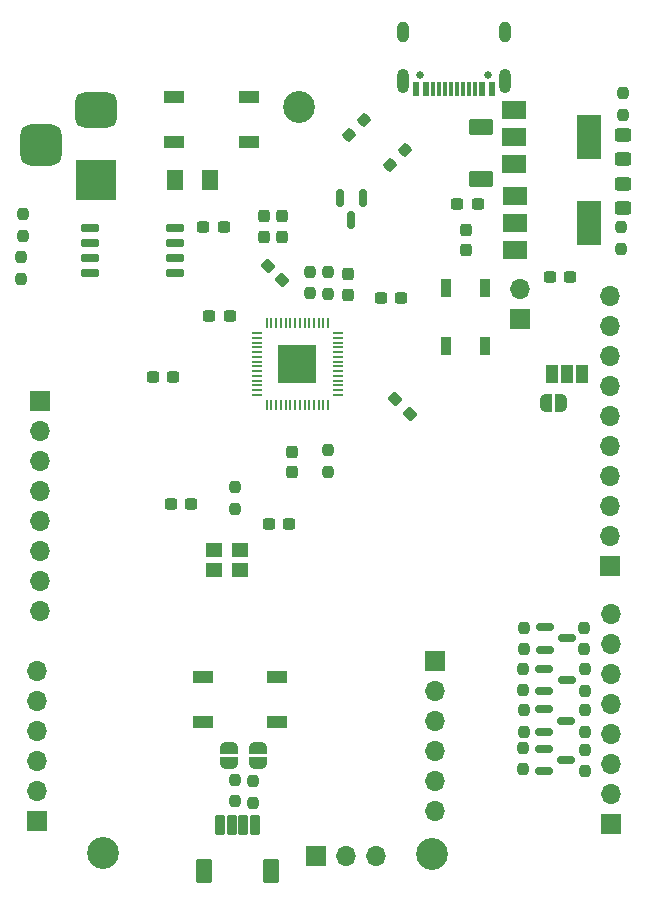
<source format=gbr>
%TF.GenerationSoftware,KiCad,Pcbnew,7.0.10*%
%TF.CreationDate,2024-03-24T00:00:08+05:30*%
%TF.ProjectId,rp2040-basic-m1,72703230-3430-42d6-9261-7369632d6d31,V2.2.5*%
%TF.SameCoordinates,Original*%
%TF.FileFunction,Soldermask,Top*%
%TF.FilePolarity,Negative*%
%FSLAX46Y46*%
G04 Gerber Fmt 4.6, Leading zero omitted, Abs format (unit mm)*
G04 Created by KiCad (PCBNEW 7.0.10) date 2024-03-24 00:00:08*
%MOMM*%
%LPD*%
G01*
G04 APERTURE LIST*
G04 Aperture macros list*
%AMRoundRect*
0 Rectangle with rounded corners*
0 $1 Rounding radius*
0 $2 $3 $4 $5 $6 $7 $8 $9 X,Y pos of 4 corners*
0 Add a 4 corners polygon primitive as box body*
4,1,4,$2,$3,$4,$5,$6,$7,$8,$9,$2,$3,0*
0 Add four circle primitives for the rounded corners*
1,1,$1+$1,$2,$3*
1,1,$1+$1,$4,$5*
1,1,$1+$1,$6,$7*
1,1,$1+$1,$8,$9*
0 Add four rect primitives between the rounded corners*
20,1,$1+$1,$2,$3,$4,$5,0*
20,1,$1+$1,$4,$5,$6,$7,0*
20,1,$1+$1,$6,$7,$8,$9,0*
20,1,$1+$1,$8,$9,$2,$3,0*%
%AMFreePoly0*
4,1,19,0.500000,-0.750000,0.000000,-0.750000,0.000000,-0.744911,-0.071157,-0.744911,-0.207708,-0.704816,-0.327430,-0.627875,-0.420627,-0.520320,-0.479746,-0.390866,-0.500000,-0.250000,-0.500000,0.250000,-0.479746,0.390866,-0.420627,0.520320,-0.327430,0.627875,-0.207708,0.704816,-0.071157,0.744911,0.000000,0.744911,0.000000,0.750000,0.500000,0.750000,0.500000,-0.750000,0.500000,-0.750000,
$1*%
%AMFreePoly1*
4,1,19,0.000000,0.744911,0.071157,0.744911,0.207708,0.704816,0.327430,0.627875,0.420627,0.520320,0.479746,0.390866,0.500000,0.250000,0.500000,-0.250000,0.479746,-0.390866,0.420627,-0.520320,0.327430,-0.627875,0.207708,-0.704816,0.071157,-0.744911,0.000000,-0.744911,0.000000,-0.750000,-0.500000,-0.750000,-0.500000,0.750000,0.000000,0.750000,0.000000,0.744911,0.000000,0.744911,
$1*%
G04 Aperture macros list end*
%ADD10R,1.700000X1.000000*%
%ADD11RoundRect,0.237500X0.300000X0.237500X-0.300000X0.237500X-0.300000X-0.237500X0.300000X-0.237500X0*%
%ADD12R,2.000000X1.500000*%
%ADD13R,2.000000X3.800000*%
%ADD14R,1.700000X1.700000*%
%ADD15O,1.700000X1.700000*%
%ADD16C,2.700000*%
%ADD17RoundRect,0.237500X-0.237500X0.250000X-0.237500X-0.250000X0.237500X-0.250000X0.237500X0.250000X0*%
%ADD18R,1.000000X1.500000*%
%ADD19RoundRect,0.150000X-0.587500X-0.150000X0.587500X-0.150000X0.587500X0.150000X-0.587500X0.150000X0*%
%ADD20RoundRect,0.237500X0.380070X-0.044194X-0.044194X0.380070X-0.380070X0.044194X0.044194X-0.380070X0*%
%ADD21RoundRect,0.237500X0.237500X-0.250000X0.237500X0.250000X-0.237500X0.250000X-0.237500X-0.250000X0*%
%ADD22RoundRect,0.237500X-0.300000X-0.237500X0.300000X-0.237500X0.300000X0.237500X-0.300000X0.237500X0*%
%ADD23RoundRect,0.150000X-0.150000X0.587500X-0.150000X-0.587500X0.150000X-0.587500X0.150000X0.587500X0*%
%ADD24R,1.400000X1.200000*%
%ADD25FreePoly0,0.000000*%
%ADD26FreePoly1,0.000000*%
%ADD27RoundRect,0.250001X-0.462499X-0.624999X0.462499X-0.624999X0.462499X0.624999X-0.462499X0.624999X0*%
%ADD28RoundRect,0.237500X0.237500X-0.300000X0.237500X0.300000X-0.237500X0.300000X-0.237500X-0.300000X0*%
%ADD29RoundRect,0.237500X-0.380070X0.044194X0.044194X-0.380070X0.380070X-0.044194X-0.044194X0.380070X0*%
%ADD30FreePoly0,90.000000*%
%ADD31FreePoly1,90.000000*%
%ADD32RoundRect,0.102000X-0.300000X-0.775000X0.300000X-0.775000X0.300000X0.775000X-0.300000X0.775000X0*%
%ADD33RoundRect,0.102000X0.600000X0.900000X-0.600000X0.900000X-0.600000X-0.900000X0.600000X-0.900000X0*%
%ADD34RoundRect,0.250000X0.450000X-0.325000X0.450000X0.325000X-0.450000X0.325000X-0.450000X-0.325000X0*%
%ADD35RoundRect,0.237500X0.008839X0.344715X-0.344715X-0.008839X-0.008839X-0.344715X0.344715X0.008839X0*%
%ADD36RoundRect,0.050000X-0.387500X-0.050000X0.387500X-0.050000X0.387500X0.050000X-0.387500X0.050000X0*%
%ADD37RoundRect,0.050000X-0.050000X-0.387500X0.050000X-0.387500X0.050000X0.387500X-0.050000X0.387500X0*%
%ADD38R,3.200000X3.200000*%
%ADD39C,0.650000*%
%ADD40R,0.600000X1.240000*%
%ADD41R,0.300000X1.240000*%
%ADD42O,1.000000X2.100000*%
%ADD43O,1.000000X1.800000*%
%ADD44RoundRect,0.237500X-0.237500X0.300000X-0.237500X-0.300000X0.237500X-0.300000X0.237500X0.300000X0*%
%ADD45RoundRect,0.250000X-0.450000X0.325000X-0.450000X-0.325000X0.450000X-0.325000X0.450000X0.325000X0*%
%ADD46RoundRect,0.150000X-0.650000X-0.150000X0.650000X-0.150000X0.650000X0.150000X-0.650000X0.150000X0*%
%ADD47R,0.900000X1.500000*%
%ADD48R,3.500000X3.500000*%
%ADD49RoundRect,0.750000X-1.000000X0.750000X-1.000000X-0.750000X1.000000X-0.750000X1.000000X0.750000X0*%
%ADD50RoundRect,0.875000X-0.875000X0.875000X-0.875000X-0.875000X0.875000X-0.875000X0.875000X0.875000X0*%
%ADD51RoundRect,0.250000X0.800000X-0.450000X0.800000X0.450000X-0.800000X0.450000X-0.800000X-0.450000X0*%
G04 APERTURE END LIST*
D10*
%TO.C,SW2*%
X85800000Y-23910500D03*
X92100000Y-23910500D03*
X85800000Y-27710500D03*
X92100000Y-27710500D03*
%TD*%
D11*
%TO.C,C6*%
X85692500Y-47640000D03*
X83967500Y-47640000D03*
%TD*%
D12*
%TO.C,U2*%
X114650000Y-32300000D03*
X114650000Y-34600000D03*
D13*
X120950000Y-34600000D03*
D12*
X114650000Y-36900000D03*
%TD*%
D14*
%TO.C,J7*%
X107850000Y-71680500D03*
D15*
X107850000Y-74220500D03*
X107850000Y-76760500D03*
X107850000Y-79300500D03*
X107850000Y-81840500D03*
X107850000Y-84380500D03*
%TD*%
D16*
%TO.C,REF\u002A\u002A*%
X96370000Y-24760500D03*
%TD*%
D14*
%TO.C,J5*%
X74200000Y-85200000D03*
D15*
X74200000Y-82660000D03*
X74200000Y-80120000D03*
X74200000Y-77580000D03*
X74200000Y-75040000D03*
X74200000Y-72500000D03*
%TD*%
D17*
%TO.C,R20*%
X120580000Y-79187500D03*
X120580000Y-81012500D03*
%TD*%
%TO.C,R8*%
X123630000Y-34957500D03*
X123630000Y-36782500D03*
%TD*%
D14*
%TO.C,J6*%
X74400000Y-49690500D03*
D15*
X74400000Y-52230500D03*
X74400000Y-54770500D03*
X74400000Y-57310500D03*
X74400000Y-59850500D03*
X74400000Y-62390500D03*
X74400000Y-64930500D03*
X74400000Y-67470500D03*
%TD*%
D18*
%TO.C,JP3*%
X120350000Y-47402500D03*
X119050000Y-47402500D03*
X117750000Y-47402500D03*
%TD*%
D19*
%TO.C,Q5*%
X117132500Y-72320000D03*
X117132500Y-74220000D03*
X119007500Y-73270000D03*
%TD*%
D20*
%TO.C,C5*%
X94959880Y-39449880D03*
X93740120Y-38230120D03*
%TD*%
D21*
%TO.C,R16*%
X90980000Y-58815000D03*
X90980000Y-56990000D03*
%TD*%
D14*
%TO.C,J3*%
X122720000Y-63620500D03*
D15*
X122720000Y-61080500D03*
X122720000Y-58540500D03*
X122720000Y-56000500D03*
X122720000Y-53460500D03*
X122720000Y-50920500D03*
X122720000Y-48380500D03*
X122720000Y-45840500D03*
X122720000Y-43300500D03*
X122720000Y-40760500D03*
%TD*%
D17*
%TO.C,R21*%
X120560000Y-75857500D03*
X120560000Y-77682500D03*
%TD*%
D11*
%TO.C,C7*%
X90484500Y-42474500D03*
X88759500Y-42474500D03*
%TD*%
D22*
%TO.C,C1*%
X93815000Y-60060000D03*
X95540000Y-60060000D03*
%TD*%
D23*
%TO.C,D3*%
X101748000Y-32471500D03*
X99848000Y-32471500D03*
X100798000Y-34346500D03*
%TD*%
D19*
%TO.C,Q4*%
X117090000Y-75780000D03*
X117090000Y-77680000D03*
X118965000Y-76730000D03*
%TD*%
D24*
%TO.C,Y1*%
X89130000Y-63950000D03*
X91330000Y-63950000D03*
X91330000Y-62250000D03*
X89130000Y-62250000D03*
%TD*%
D25*
%TO.C,JP4*%
X117270000Y-49880000D03*
D26*
X118570000Y-49880000D03*
%TD*%
D27*
%TO.C,F1*%
X85825000Y-30940000D03*
X88800000Y-30940000D03*
%TD*%
D22*
%TO.C,C15*%
X88265000Y-34920000D03*
X89990000Y-34920000D03*
%TD*%
D28*
%TO.C,C3*%
X93364300Y-35752500D03*
X93364300Y-34027500D03*
%TD*%
D21*
%TO.C,R14*%
X115440000Y-70692500D03*
X115440000Y-68867500D03*
%TD*%
D29*
%TO.C,C9*%
X104496120Y-49528620D03*
X105715880Y-50748380D03*
%TD*%
D12*
%TO.C,U4*%
X114600000Y-25000000D03*
X114600000Y-27300000D03*
D13*
X120900000Y-27300000D03*
D12*
X114600000Y-29600000D03*
%TD*%
D21*
%TO.C,R13*%
X115360000Y-74152500D03*
X115360000Y-72327500D03*
%TD*%
D17*
%TO.C,R4*%
X98800000Y-38770000D03*
X98800000Y-40595000D03*
%TD*%
D30*
%TO.C,JP2*%
X92920000Y-80340000D03*
D31*
X92920000Y-79040000D03*
%TD*%
D32*
%TO.C,J2*%
X89650000Y-85555000D03*
X90650000Y-85555000D03*
X91650000Y-85555000D03*
X92650000Y-85555000D03*
D33*
X88350000Y-89430000D03*
X93950000Y-89430000D03*
%TD*%
D28*
%TO.C,C14*%
X110480000Y-36895000D03*
X110480000Y-35170000D03*
%TD*%
D34*
%TO.C,D5*%
X123750000Y-29185500D03*
X123750000Y-27135500D03*
%TD*%
D28*
%TO.C,C12*%
X100520000Y-40652500D03*
X100520000Y-38927500D03*
%TD*%
D35*
%TO.C,R2*%
X105325235Y-28424765D03*
X104034765Y-29715235D03*
%TD*%
D17*
%TO.C,R1*%
X123760000Y-23607500D03*
X123760000Y-25432500D03*
%TD*%
D21*
%TO.C,R11*%
X115290000Y-80835000D03*
X115290000Y-79010000D03*
%TD*%
D14*
%TO.C,J10*%
X115070000Y-42685000D03*
D15*
X115070000Y-40145000D03*
%TD*%
D36*
%TO.C,U1*%
X92788500Y-43938500D03*
X92788500Y-44338500D03*
X92788500Y-44738500D03*
X92788500Y-45138500D03*
X92788500Y-45538500D03*
X92788500Y-45938500D03*
X92788500Y-46338500D03*
X92788500Y-46738500D03*
X92788500Y-47138500D03*
X92788500Y-47538500D03*
X92788500Y-47938500D03*
X92788500Y-48338500D03*
X92788500Y-48738500D03*
X92788500Y-49138500D03*
D37*
X93626000Y-49976000D03*
X94026000Y-49976000D03*
X94426000Y-49976000D03*
X94826000Y-49976000D03*
X95226000Y-49976000D03*
X95626000Y-49976000D03*
X96026000Y-49976000D03*
X96426000Y-49976000D03*
X96826000Y-49976000D03*
X97226000Y-49976000D03*
X97626000Y-49976000D03*
X98026000Y-49976000D03*
X98426000Y-49976000D03*
X98826000Y-49976000D03*
D36*
X99663500Y-49138500D03*
X99663500Y-48738500D03*
X99663500Y-48338500D03*
X99663500Y-47938500D03*
X99663500Y-47538500D03*
X99663500Y-47138500D03*
X99663500Y-46738500D03*
X99663500Y-46338500D03*
X99663500Y-45938500D03*
X99663500Y-45538500D03*
X99663500Y-45138500D03*
X99663500Y-44738500D03*
X99663500Y-44338500D03*
X99663500Y-43938500D03*
D37*
X98826000Y-43101000D03*
X98426000Y-43101000D03*
X98026000Y-43101000D03*
X97626000Y-43101000D03*
X97226000Y-43101000D03*
X96826000Y-43101000D03*
X96426000Y-43101000D03*
X96026000Y-43101000D03*
X95626000Y-43101000D03*
X95226000Y-43101000D03*
X94826000Y-43101000D03*
X94426000Y-43101000D03*
X94026000Y-43101000D03*
X93626000Y-43101000D03*
D38*
X96226000Y-46538500D03*
%TD*%
D19*
%TO.C,Q3*%
X117112500Y-79130000D03*
X117112500Y-81030000D03*
X118987500Y-80080000D03*
%TD*%
D17*
%TO.C,R22*%
X120600000Y-72377500D03*
X120600000Y-74202500D03*
%TD*%
D30*
%TO.C,JP1*%
X90390000Y-80330000D03*
D31*
X90390000Y-79030000D03*
%TD*%
D39*
%TO.C,J1*%
X112365000Y-22090500D03*
X106585000Y-22090500D03*
D40*
X112675000Y-23210500D03*
X111875000Y-23210500D03*
D41*
X110725000Y-23210500D03*
X109725000Y-23210500D03*
X109225000Y-23210500D03*
X108225000Y-23210500D03*
D40*
X107075000Y-23210500D03*
X106275000Y-23210500D03*
X106275000Y-23210500D03*
X107075000Y-23210500D03*
D41*
X107725000Y-23210500D03*
X108725000Y-23210500D03*
X110225000Y-23210500D03*
X111225000Y-23210500D03*
D40*
X111875000Y-23210500D03*
X112675000Y-23210500D03*
D42*
X113795000Y-22610500D03*
D43*
X113795000Y-18410500D03*
D42*
X105155000Y-22610500D03*
D43*
X105155000Y-18410500D03*
%TD*%
D17*
%TO.C,R6*%
X73000000Y-33847500D03*
X73000000Y-35672500D03*
%TD*%
D44*
%TO.C,C11*%
X95790000Y-53980500D03*
X95790000Y-55705500D03*
%TD*%
D17*
%TO.C,R5*%
X97290000Y-38740000D03*
X97290000Y-40565000D03*
%TD*%
D22*
%TO.C,C10*%
X103287500Y-40960500D03*
X105012500Y-40960500D03*
%TD*%
D45*
%TO.C,D4*%
X123750000Y-31285500D03*
X123750000Y-33335500D03*
%TD*%
D46*
%TO.C,U3*%
X78656000Y-34981500D03*
X78656000Y-36251500D03*
X78656000Y-37521500D03*
X78656000Y-38791500D03*
X85856000Y-38791500D03*
X85856000Y-37521500D03*
X85856000Y-36251500D03*
X85856000Y-34981500D03*
%TD*%
D10*
%TO.C,SW1*%
X88230000Y-73030000D03*
X94530000Y-73030000D03*
X88230000Y-76830000D03*
X94530000Y-76830000D03*
%TD*%
D19*
%TO.C,Q6*%
X117152500Y-68820000D03*
X117152500Y-70720000D03*
X119027500Y-69770000D03*
%TD*%
D21*
%TO.C,R12*%
X115380000Y-77652500D03*
X115380000Y-75827500D03*
%TD*%
D47*
%TO.C,D2*%
X112080000Y-40120000D03*
X108780000Y-40120000D03*
X108780000Y-45020000D03*
X112080000Y-45020000D03*
%TD*%
D17*
%TO.C,R23*%
X120450000Y-68857500D03*
X120450000Y-70682500D03*
%TD*%
D14*
%TO.C,J4*%
X122775000Y-85480000D03*
D15*
X122775000Y-82940000D03*
X122775000Y-80400000D03*
X122775000Y-77860000D03*
X122775000Y-75320000D03*
X122775000Y-72780000D03*
X122775000Y-70240000D03*
X122775000Y-67700000D03*
%TD*%
D28*
%TO.C,C4*%
X94888300Y-35752500D03*
X94888300Y-34027500D03*
%TD*%
D21*
%TO.C,R33*%
X98830000Y-55675000D03*
X98830000Y-53850000D03*
%TD*%
D48*
%TO.C,J9*%
X79198000Y-30992500D03*
D49*
X79198000Y-24992500D03*
D50*
X74498000Y-27992500D03*
%TD*%
D11*
%TO.C,C2*%
X87215000Y-58400000D03*
X85490000Y-58400000D03*
%TD*%
D14*
%TO.C,J8*%
X97820000Y-88200000D03*
D15*
X100360000Y-88200000D03*
X102900000Y-88200000D03*
%TD*%
D11*
%TO.C,C13*%
X111485000Y-33030000D03*
X109760000Y-33030000D03*
%TD*%
D35*
%TO.C,R3*%
X101885235Y-25834765D03*
X100594765Y-27125235D03*
%TD*%
D16*
%TO.C,REF\u002A\u002A*%
X107630000Y-88050500D03*
%TD*%
D22*
%TO.C,C8*%
X117587500Y-39210500D03*
X119312500Y-39210500D03*
%TD*%
D16*
%TO.C,REF\u002A\u002A*%
X79800000Y-87950000D03*
%TD*%
D21*
%TO.C,R15*%
X92460000Y-83662500D03*
X92460000Y-81837500D03*
%TD*%
%TO.C,R7*%
X72820000Y-39342500D03*
X72820000Y-37517500D03*
%TD*%
%TO.C,R17*%
X90960000Y-83562500D03*
X90960000Y-81737500D03*
%TD*%
D51*
%TO.C,D1*%
X111800000Y-30900000D03*
X111800000Y-26500000D03*
%TD*%
M02*

</source>
